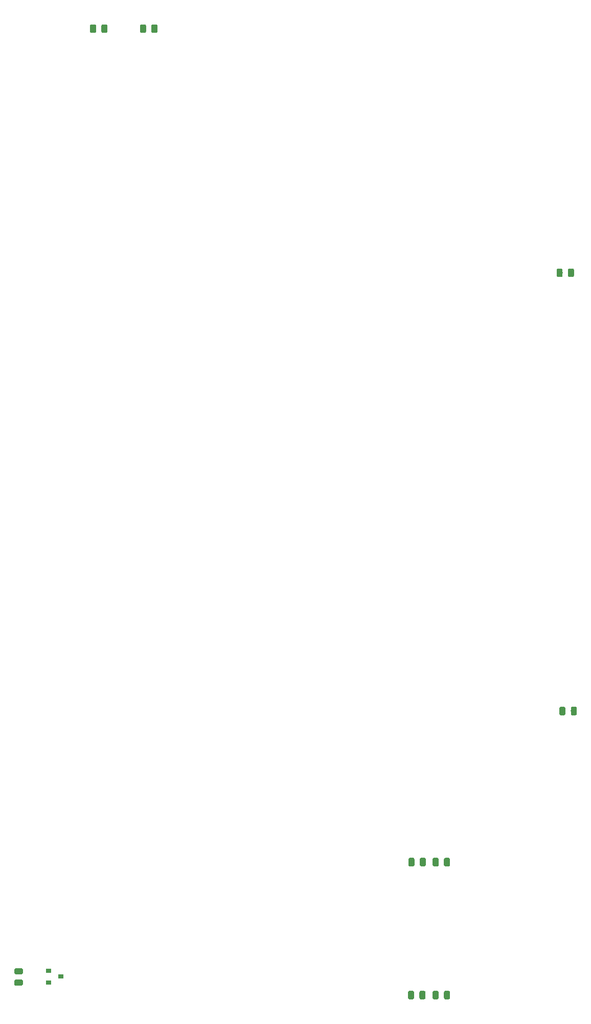
<source format=gbr>
G04 #@! TF.GenerationSoftware,KiCad,Pcbnew,(5.0.2)-1*
G04 #@! TF.CreationDate,2019-05-10T13:14:30+02:00*
G04 #@! TF.ProjectId,logika_main,6c6f6769-6b61-45f6-9d61-696e2e6b6963,rev?*
G04 #@! TF.SameCoordinates,Original*
G04 #@! TF.FileFunction,Paste,Top*
G04 #@! TF.FilePolarity,Positive*
%FSLAX46Y46*%
G04 Gerber Fmt 4.6, Leading zero omitted, Abs format (unit mm)*
G04 Created by KiCad (PCBNEW (5.0.2)-1) date 10.05.2019 13:14:30*
%MOMM*%
%LPD*%
G01*
G04 APERTURE LIST*
%ADD10C,0.100000*%
%ADD11C,0.975000*%
%ADD12R,0.900000X0.800000*%
G04 APERTURE END LIST*
D10*
G04 #@! TO.C,D6*
G36*
X132864142Y-65197174D02*
X132887803Y-65200684D01*
X132911007Y-65206496D01*
X132933529Y-65214554D01*
X132955153Y-65224782D01*
X132975670Y-65237079D01*
X132994883Y-65251329D01*
X133012607Y-65267393D01*
X133028671Y-65285117D01*
X133042921Y-65304330D01*
X133055218Y-65324847D01*
X133065446Y-65346471D01*
X133073504Y-65368993D01*
X133079316Y-65392197D01*
X133082826Y-65415858D01*
X133084000Y-65439750D01*
X133084000Y-66352250D01*
X133082826Y-66376142D01*
X133079316Y-66399803D01*
X133073504Y-66423007D01*
X133065446Y-66445529D01*
X133055218Y-66467153D01*
X133042921Y-66487670D01*
X133028671Y-66506883D01*
X133012607Y-66524607D01*
X132994883Y-66540671D01*
X132975670Y-66554921D01*
X132955153Y-66567218D01*
X132933529Y-66577446D01*
X132911007Y-66585504D01*
X132887803Y-66591316D01*
X132864142Y-66594826D01*
X132840250Y-66596000D01*
X132352750Y-66596000D01*
X132328858Y-66594826D01*
X132305197Y-66591316D01*
X132281993Y-66585504D01*
X132259471Y-66577446D01*
X132237847Y-66567218D01*
X132217330Y-66554921D01*
X132198117Y-66540671D01*
X132180393Y-66524607D01*
X132164329Y-66506883D01*
X132150079Y-66487670D01*
X132137782Y-66467153D01*
X132127554Y-66445529D01*
X132119496Y-66423007D01*
X132113684Y-66399803D01*
X132110174Y-66376142D01*
X132109000Y-66352250D01*
X132109000Y-65439750D01*
X132110174Y-65415858D01*
X132113684Y-65392197D01*
X132119496Y-65368993D01*
X132127554Y-65346471D01*
X132137782Y-65324847D01*
X132150079Y-65304330D01*
X132164329Y-65285117D01*
X132180393Y-65267393D01*
X132198117Y-65251329D01*
X132217330Y-65237079D01*
X132237847Y-65224782D01*
X132259471Y-65214554D01*
X132281993Y-65206496D01*
X132305197Y-65200684D01*
X132328858Y-65197174D01*
X132352750Y-65196000D01*
X132840250Y-65196000D01*
X132864142Y-65197174D01*
X132864142Y-65197174D01*
G37*
D11*
X132596500Y-65896000D03*
D10*
G36*
X134739142Y-65197174D02*
X134762803Y-65200684D01*
X134786007Y-65206496D01*
X134808529Y-65214554D01*
X134830153Y-65224782D01*
X134850670Y-65237079D01*
X134869883Y-65251329D01*
X134887607Y-65267393D01*
X134903671Y-65285117D01*
X134917921Y-65304330D01*
X134930218Y-65324847D01*
X134940446Y-65346471D01*
X134948504Y-65368993D01*
X134954316Y-65392197D01*
X134957826Y-65415858D01*
X134959000Y-65439750D01*
X134959000Y-66352250D01*
X134957826Y-66376142D01*
X134954316Y-66399803D01*
X134948504Y-66423007D01*
X134940446Y-66445529D01*
X134930218Y-66467153D01*
X134917921Y-66487670D01*
X134903671Y-66506883D01*
X134887607Y-66524607D01*
X134869883Y-66540671D01*
X134850670Y-66554921D01*
X134830153Y-66567218D01*
X134808529Y-66577446D01*
X134786007Y-66585504D01*
X134762803Y-66591316D01*
X134739142Y-66594826D01*
X134715250Y-66596000D01*
X134227750Y-66596000D01*
X134203858Y-66594826D01*
X134180197Y-66591316D01*
X134156993Y-66585504D01*
X134134471Y-66577446D01*
X134112847Y-66567218D01*
X134092330Y-66554921D01*
X134073117Y-66540671D01*
X134055393Y-66524607D01*
X134039329Y-66506883D01*
X134025079Y-66487670D01*
X134012782Y-66467153D01*
X134002554Y-66445529D01*
X133994496Y-66423007D01*
X133988684Y-66399803D01*
X133985174Y-66376142D01*
X133984000Y-66352250D01*
X133984000Y-65439750D01*
X133985174Y-65415858D01*
X133988684Y-65392197D01*
X133994496Y-65368993D01*
X134002554Y-65346471D01*
X134012782Y-65324847D01*
X134025079Y-65304330D01*
X134039329Y-65285117D01*
X134055393Y-65267393D01*
X134073117Y-65251329D01*
X134092330Y-65237079D01*
X134112847Y-65224782D01*
X134134471Y-65214554D01*
X134156993Y-65206496D01*
X134180197Y-65200684D01*
X134203858Y-65197174D01*
X134227750Y-65196000D01*
X134715250Y-65196000D01*
X134739142Y-65197174D01*
X134739142Y-65197174D01*
G37*
D11*
X134471500Y-65896000D03*
G04 #@! TD*
D10*
G04 #@! TO.C,D1*
G36*
X63876642Y-24797174D02*
X63900303Y-24800684D01*
X63923507Y-24806496D01*
X63946029Y-24814554D01*
X63967653Y-24824782D01*
X63988170Y-24837079D01*
X64007383Y-24851329D01*
X64025107Y-24867393D01*
X64041171Y-24885117D01*
X64055421Y-24904330D01*
X64067718Y-24924847D01*
X64077946Y-24946471D01*
X64086004Y-24968993D01*
X64091816Y-24992197D01*
X64095326Y-25015858D01*
X64096500Y-25039750D01*
X64096500Y-25952250D01*
X64095326Y-25976142D01*
X64091816Y-25999803D01*
X64086004Y-26023007D01*
X64077946Y-26045529D01*
X64067718Y-26067153D01*
X64055421Y-26087670D01*
X64041171Y-26106883D01*
X64025107Y-26124607D01*
X64007383Y-26140671D01*
X63988170Y-26154921D01*
X63967653Y-26167218D01*
X63946029Y-26177446D01*
X63923507Y-26185504D01*
X63900303Y-26191316D01*
X63876642Y-26194826D01*
X63852750Y-26196000D01*
X63365250Y-26196000D01*
X63341358Y-26194826D01*
X63317697Y-26191316D01*
X63294493Y-26185504D01*
X63271971Y-26177446D01*
X63250347Y-26167218D01*
X63229830Y-26154921D01*
X63210617Y-26140671D01*
X63192893Y-26124607D01*
X63176829Y-26106883D01*
X63162579Y-26087670D01*
X63150282Y-26067153D01*
X63140054Y-26045529D01*
X63131996Y-26023007D01*
X63126184Y-25999803D01*
X63122674Y-25976142D01*
X63121500Y-25952250D01*
X63121500Y-25039750D01*
X63122674Y-25015858D01*
X63126184Y-24992197D01*
X63131996Y-24968993D01*
X63140054Y-24946471D01*
X63150282Y-24924847D01*
X63162579Y-24904330D01*
X63176829Y-24885117D01*
X63192893Y-24867393D01*
X63210617Y-24851329D01*
X63229830Y-24837079D01*
X63250347Y-24824782D01*
X63271971Y-24814554D01*
X63294493Y-24806496D01*
X63317697Y-24800684D01*
X63341358Y-24797174D01*
X63365250Y-24796000D01*
X63852750Y-24796000D01*
X63876642Y-24797174D01*
X63876642Y-24797174D01*
G37*
D11*
X63609000Y-25496000D03*
D10*
G36*
X65751642Y-24797174D02*
X65775303Y-24800684D01*
X65798507Y-24806496D01*
X65821029Y-24814554D01*
X65842653Y-24824782D01*
X65863170Y-24837079D01*
X65882383Y-24851329D01*
X65900107Y-24867393D01*
X65916171Y-24885117D01*
X65930421Y-24904330D01*
X65942718Y-24924847D01*
X65952946Y-24946471D01*
X65961004Y-24968993D01*
X65966816Y-24992197D01*
X65970326Y-25015858D01*
X65971500Y-25039750D01*
X65971500Y-25952250D01*
X65970326Y-25976142D01*
X65966816Y-25999803D01*
X65961004Y-26023007D01*
X65952946Y-26045529D01*
X65942718Y-26067153D01*
X65930421Y-26087670D01*
X65916171Y-26106883D01*
X65900107Y-26124607D01*
X65882383Y-26140671D01*
X65863170Y-26154921D01*
X65842653Y-26167218D01*
X65821029Y-26177446D01*
X65798507Y-26185504D01*
X65775303Y-26191316D01*
X65751642Y-26194826D01*
X65727750Y-26196000D01*
X65240250Y-26196000D01*
X65216358Y-26194826D01*
X65192697Y-26191316D01*
X65169493Y-26185504D01*
X65146971Y-26177446D01*
X65125347Y-26167218D01*
X65104830Y-26154921D01*
X65085617Y-26140671D01*
X65067893Y-26124607D01*
X65051829Y-26106883D01*
X65037579Y-26087670D01*
X65025282Y-26067153D01*
X65015054Y-26045529D01*
X65006996Y-26023007D01*
X65001184Y-25999803D01*
X64997674Y-25976142D01*
X64996500Y-25952250D01*
X64996500Y-25039750D01*
X64997674Y-25015858D01*
X65001184Y-24992197D01*
X65006996Y-24968993D01*
X65015054Y-24946471D01*
X65025282Y-24924847D01*
X65037579Y-24904330D01*
X65051829Y-24885117D01*
X65067893Y-24867393D01*
X65085617Y-24851329D01*
X65104830Y-24837079D01*
X65125347Y-24824782D01*
X65146971Y-24814554D01*
X65169493Y-24806496D01*
X65192697Y-24800684D01*
X65216358Y-24797174D01*
X65240250Y-24796000D01*
X65727750Y-24796000D01*
X65751642Y-24797174D01*
X65751642Y-24797174D01*
G37*
D11*
X65484000Y-25496000D03*
G04 #@! TD*
D10*
G04 #@! TO.C,D2*
G36*
X57466642Y-24797174D02*
X57490303Y-24800684D01*
X57513507Y-24806496D01*
X57536029Y-24814554D01*
X57557653Y-24824782D01*
X57578170Y-24837079D01*
X57597383Y-24851329D01*
X57615107Y-24867393D01*
X57631171Y-24885117D01*
X57645421Y-24904330D01*
X57657718Y-24924847D01*
X57667946Y-24946471D01*
X57676004Y-24968993D01*
X57681816Y-24992197D01*
X57685326Y-25015858D01*
X57686500Y-25039750D01*
X57686500Y-25952250D01*
X57685326Y-25976142D01*
X57681816Y-25999803D01*
X57676004Y-26023007D01*
X57667946Y-26045529D01*
X57657718Y-26067153D01*
X57645421Y-26087670D01*
X57631171Y-26106883D01*
X57615107Y-26124607D01*
X57597383Y-26140671D01*
X57578170Y-26154921D01*
X57557653Y-26167218D01*
X57536029Y-26177446D01*
X57513507Y-26185504D01*
X57490303Y-26191316D01*
X57466642Y-26194826D01*
X57442750Y-26196000D01*
X56955250Y-26196000D01*
X56931358Y-26194826D01*
X56907697Y-26191316D01*
X56884493Y-26185504D01*
X56861971Y-26177446D01*
X56840347Y-26167218D01*
X56819830Y-26154921D01*
X56800617Y-26140671D01*
X56782893Y-26124607D01*
X56766829Y-26106883D01*
X56752579Y-26087670D01*
X56740282Y-26067153D01*
X56730054Y-26045529D01*
X56721996Y-26023007D01*
X56716184Y-25999803D01*
X56712674Y-25976142D01*
X56711500Y-25952250D01*
X56711500Y-25039750D01*
X56712674Y-25015858D01*
X56716184Y-24992197D01*
X56721996Y-24968993D01*
X56730054Y-24946471D01*
X56740282Y-24924847D01*
X56752579Y-24904330D01*
X56766829Y-24885117D01*
X56782893Y-24867393D01*
X56800617Y-24851329D01*
X56819830Y-24837079D01*
X56840347Y-24824782D01*
X56861971Y-24814554D01*
X56884493Y-24806496D01*
X56907697Y-24800684D01*
X56931358Y-24797174D01*
X56955250Y-24796000D01*
X57442750Y-24796000D01*
X57466642Y-24797174D01*
X57466642Y-24797174D01*
G37*
D11*
X57199000Y-25496000D03*
D10*
G36*
X55591642Y-24797174D02*
X55615303Y-24800684D01*
X55638507Y-24806496D01*
X55661029Y-24814554D01*
X55682653Y-24824782D01*
X55703170Y-24837079D01*
X55722383Y-24851329D01*
X55740107Y-24867393D01*
X55756171Y-24885117D01*
X55770421Y-24904330D01*
X55782718Y-24924847D01*
X55792946Y-24946471D01*
X55801004Y-24968993D01*
X55806816Y-24992197D01*
X55810326Y-25015858D01*
X55811500Y-25039750D01*
X55811500Y-25952250D01*
X55810326Y-25976142D01*
X55806816Y-25999803D01*
X55801004Y-26023007D01*
X55792946Y-26045529D01*
X55782718Y-26067153D01*
X55770421Y-26087670D01*
X55756171Y-26106883D01*
X55740107Y-26124607D01*
X55722383Y-26140671D01*
X55703170Y-26154921D01*
X55682653Y-26167218D01*
X55661029Y-26177446D01*
X55638507Y-26185504D01*
X55615303Y-26191316D01*
X55591642Y-26194826D01*
X55567750Y-26196000D01*
X55080250Y-26196000D01*
X55056358Y-26194826D01*
X55032697Y-26191316D01*
X55009493Y-26185504D01*
X54986971Y-26177446D01*
X54965347Y-26167218D01*
X54944830Y-26154921D01*
X54925617Y-26140671D01*
X54907893Y-26124607D01*
X54891829Y-26106883D01*
X54877579Y-26087670D01*
X54865282Y-26067153D01*
X54855054Y-26045529D01*
X54846996Y-26023007D01*
X54841184Y-25999803D01*
X54837674Y-25976142D01*
X54836500Y-25952250D01*
X54836500Y-25039750D01*
X54837674Y-25015858D01*
X54841184Y-24992197D01*
X54846996Y-24968993D01*
X54855054Y-24946471D01*
X54865282Y-24924847D01*
X54877579Y-24904330D01*
X54891829Y-24885117D01*
X54907893Y-24867393D01*
X54925617Y-24851329D01*
X54944830Y-24837079D01*
X54965347Y-24824782D01*
X54986971Y-24814554D01*
X55009493Y-24806496D01*
X55032697Y-24800684D01*
X55056358Y-24797174D01*
X55080250Y-24796000D01*
X55567750Y-24796000D01*
X55591642Y-24797174D01*
X55591642Y-24797174D01*
G37*
D11*
X55324000Y-25496000D03*
G04 #@! TD*
D10*
G04 #@! TO.C,D5*
G36*
X135199142Y-137697174D02*
X135222803Y-137700684D01*
X135246007Y-137706496D01*
X135268529Y-137714554D01*
X135290153Y-137724782D01*
X135310670Y-137737079D01*
X135329883Y-137751329D01*
X135347607Y-137767393D01*
X135363671Y-137785117D01*
X135377921Y-137804330D01*
X135390218Y-137824847D01*
X135400446Y-137846471D01*
X135408504Y-137868993D01*
X135414316Y-137892197D01*
X135417826Y-137915858D01*
X135419000Y-137939750D01*
X135419000Y-138852250D01*
X135417826Y-138876142D01*
X135414316Y-138899803D01*
X135408504Y-138923007D01*
X135400446Y-138945529D01*
X135390218Y-138967153D01*
X135377921Y-138987670D01*
X135363671Y-139006883D01*
X135347607Y-139024607D01*
X135329883Y-139040671D01*
X135310670Y-139054921D01*
X135290153Y-139067218D01*
X135268529Y-139077446D01*
X135246007Y-139085504D01*
X135222803Y-139091316D01*
X135199142Y-139094826D01*
X135175250Y-139096000D01*
X134687750Y-139096000D01*
X134663858Y-139094826D01*
X134640197Y-139091316D01*
X134616993Y-139085504D01*
X134594471Y-139077446D01*
X134572847Y-139067218D01*
X134552330Y-139054921D01*
X134533117Y-139040671D01*
X134515393Y-139024607D01*
X134499329Y-139006883D01*
X134485079Y-138987670D01*
X134472782Y-138967153D01*
X134462554Y-138945529D01*
X134454496Y-138923007D01*
X134448684Y-138899803D01*
X134445174Y-138876142D01*
X134444000Y-138852250D01*
X134444000Y-137939750D01*
X134445174Y-137915858D01*
X134448684Y-137892197D01*
X134454496Y-137868993D01*
X134462554Y-137846471D01*
X134472782Y-137824847D01*
X134485079Y-137804330D01*
X134499329Y-137785117D01*
X134515393Y-137767393D01*
X134533117Y-137751329D01*
X134552330Y-137737079D01*
X134572847Y-137724782D01*
X134594471Y-137714554D01*
X134616993Y-137706496D01*
X134640197Y-137700684D01*
X134663858Y-137697174D01*
X134687750Y-137696000D01*
X135175250Y-137696000D01*
X135199142Y-137697174D01*
X135199142Y-137697174D01*
G37*
D11*
X134931500Y-138396000D03*
D10*
G36*
X133324142Y-137697174D02*
X133347803Y-137700684D01*
X133371007Y-137706496D01*
X133393529Y-137714554D01*
X133415153Y-137724782D01*
X133435670Y-137737079D01*
X133454883Y-137751329D01*
X133472607Y-137767393D01*
X133488671Y-137785117D01*
X133502921Y-137804330D01*
X133515218Y-137824847D01*
X133525446Y-137846471D01*
X133533504Y-137868993D01*
X133539316Y-137892197D01*
X133542826Y-137915858D01*
X133544000Y-137939750D01*
X133544000Y-138852250D01*
X133542826Y-138876142D01*
X133539316Y-138899803D01*
X133533504Y-138923007D01*
X133525446Y-138945529D01*
X133515218Y-138967153D01*
X133502921Y-138987670D01*
X133488671Y-139006883D01*
X133472607Y-139024607D01*
X133454883Y-139040671D01*
X133435670Y-139054921D01*
X133415153Y-139067218D01*
X133393529Y-139077446D01*
X133371007Y-139085504D01*
X133347803Y-139091316D01*
X133324142Y-139094826D01*
X133300250Y-139096000D01*
X132812750Y-139096000D01*
X132788858Y-139094826D01*
X132765197Y-139091316D01*
X132741993Y-139085504D01*
X132719471Y-139077446D01*
X132697847Y-139067218D01*
X132677330Y-139054921D01*
X132658117Y-139040671D01*
X132640393Y-139024607D01*
X132624329Y-139006883D01*
X132610079Y-138987670D01*
X132597782Y-138967153D01*
X132587554Y-138945529D01*
X132579496Y-138923007D01*
X132573684Y-138899803D01*
X132570174Y-138876142D01*
X132569000Y-138852250D01*
X132569000Y-137939750D01*
X132570174Y-137915858D01*
X132573684Y-137892197D01*
X132579496Y-137868993D01*
X132587554Y-137846471D01*
X132597782Y-137824847D01*
X132610079Y-137804330D01*
X132624329Y-137785117D01*
X132640393Y-137767393D01*
X132658117Y-137751329D01*
X132677330Y-137737079D01*
X132697847Y-137724782D01*
X132719471Y-137714554D01*
X132741993Y-137706496D01*
X132765197Y-137700684D01*
X132788858Y-137697174D01*
X132812750Y-137696000D01*
X133300250Y-137696000D01*
X133324142Y-137697174D01*
X133324142Y-137697174D01*
G37*
D11*
X133056500Y-138396000D03*
G04 #@! TD*
D10*
G04 #@! TO.C,D7*
G36*
X108324142Y-162697174D02*
X108347803Y-162700684D01*
X108371007Y-162706496D01*
X108393529Y-162714554D01*
X108415153Y-162724782D01*
X108435670Y-162737079D01*
X108454883Y-162751329D01*
X108472607Y-162767393D01*
X108488671Y-162785117D01*
X108502921Y-162804330D01*
X108515218Y-162824847D01*
X108525446Y-162846471D01*
X108533504Y-162868993D01*
X108539316Y-162892197D01*
X108542826Y-162915858D01*
X108544000Y-162939750D01*
X108544000Y-163852250D01*
X108542826Y-163876142D01*
X108539316Y-163899803D01*
X108533504Y-163923007D01*
X108525446Y-163945529D01*
X108515218Y-163967153D01*
X108502921Y-163987670D01*
X108488671Y-164006883D01*
X108472607Y-164024607D01*
X108454883Y-164040671D01*
X108435670Y-164054921D01*
X108415153Y-164067218D01*
X108393529Y-164077446D01*
X108371007Y-164085504D01*
X108347803Y-164091316D01*
X108324142Y-164094826D01*
X108300250Y-164096000D01*
X107812750Y-164096000D01*
X107788858Y-164094826D01*
X107765197Y-164091316D01*
X107741993Y-164085504D01*
X107719471Y-164077446D01*
X107697847Y-164067218D01*
X107677330Y-164054921D01*
X107658117Y-164040671D01*
X107640393Y-164024607D01*
X107624329Y-164006883D01*
X107610079Y-163987670D01*
X107597782Y-163967153D01*
X107587554Y-163945529D01*
X107579496Y-163923007D01*
X107573684Y-163899803D01*
X107570174Y-163876142D01*
X107569000Y-163852250D01*
X107569000Y-162939750D01*
X107570174Y-162915858D01*
X107573684Y-162892197D01*
X107579496Y-162868993D01*
X107587554Y-162846471D01*
X107597782Y-162824847D01*
X107610079Y-162804330D01*
X107624329Y-162785117D01*
X107640393Y-162767393D01*
X107658117Y-162751329D01*
X107677330Y-162737079D01*
X107697847Y-162724782D01*
X107719471Y-162714554D01*
X107741993Y-162706496D01*
X107765197Y-162700684D01*
X107788858Y-162697174D01*
X107812750Y-162696000D01*
X108300250Y-162696000D01*
X108324142Y-162697174D01*
X108324142Y-162697174D01*
G37*
D11*
X108056500Y-163396000D03*
D10*
G36*
X110199142Y-162697174D02*
X110222803Y-162700684D01*
X110246007Y-162706496D01*
X110268529Y-162714554D01*
X110290153Y-162724782D01*
X110310670Y-162737079D01*
X110329883Y-162751329D01*
X110347607Y-162767393D01*
X110363671Y-162785117D01*
X110377921Y-162804330D01*
X110390218Y-162824847D01*
X110400446Y-162846471D01*
X110408504Y-162868993D01*
X110414316Y-162892197D01*
X110417826Y-162915858D01*
X110419000Y-162939750D01*
X110419000Y-163852250D01*
X110417826Y-163876142D01*
X110414316Y-163899803D01*
X110408504Y-163923007D01*
X110400446Y-163945529D01*
X110390218Y-163967153D01*
X110377921Y-163987670D01*
X110363671Y-164006883D01*
X110347607Y-164024607D01*
X110329883Y-164040671D01*
X110310670Y-164054921D01*
X110290153Y-164067218D01*
X110268529Y-164077446D01*
X110246007Y-164085504D01*
X110222803Y-164091316D01*
X110199142Y-164094826D01*
X110175250Y-164096000D01*
X109687750Y-164096000D01*
X109663858Y-164094826D01*
X109640197Y-164091316D01*
X109616993Y-164085504D01*
X109594471Y-164077446D01*
X109572847Y-164067218D01*
X109552330Y-164054921D01*
X109533117Y-164040671D01*
X109515393Y-164024607D01*
X109499329Y-164006883D01*
X109485079Y-163987670D01*
X109472782Y-163967153D01*
X109462554Y-163945529D01*
X109454496Y-163923007D01*
X109448684Y-163899803D01*
X109445174Y-163876142D01*
X109444000Y-163852250D01*
X109444000Y-162939750D01*
X109445174Y-162915858D01*
X109448684Y-162892197D01*
X109454496Y-162868993D01*
X109462554Y-162846471D01*
X109472782Y-162824847D01*
X109485079Y-162804330D01*
X109499329Y-162785117D01*
X109515393Y-162767393D01*
X109533117Y-162751329D01*
X109552330Y-162737079D01*
X109572847Y-162724782D01*
X109594471Y-162714554D01*
X109616993Y-162706496D01*
X109640197Y-162700684D01*
X109663858Y-162697174D01*
X109687750Y-162696000D01*
X110175250Y-162696000D01*
X110199142Y-162697174D01*
X110199142Y-162697174D01*
G37*
D11*
X109931500Y-163396000D03*
G04 #@! TD*
D10*
G04 #@! TO.C,D8*
G36*
X110136642Y-184697174D02*
X110160303Y-184700684D01*
X110183507Y-184706496D01*
X110206029Y-184714554D01*
X110227653Y-184724782D01*
X110248170Y-184737079D01*
X110267383Y-184751329D01*
X110285107Y-184767393D01*
X110301171Y-184785117D01*
X110315421Y-184804330D01*
X110327718Y-184824847D01*
X110337946Y-184846471D01*
X110346004Y-184868993D01*
X110351816Y-184892197D01*
X110355326Y-184915858D01*
X110356500Y-184939750D01*
X110356500Y-185852250D01*
X110355326Y-185876142D01*
X110351816Y-185899803D01*
X110346004Y-185923007D01*
X110337946Y-185945529D01*
X110327718Y-185967153D01*
X110315421Y-185987670D01*
X110301171Y-186006883D01*
X110285107Y-186024607D01*
X110267383Y-186040671D01*
X110248170Y-186054921D01*
X110227653Y-186067218D01*
X110206029Y-186077446D01*
X110183507Y-186085504D01*
X110160303Y-186091316D01*
X110136642Y-186094826D01*
X110112750Y-186096000D01*
X109625250Y-186096000D01*
X109601358Y-186094826D01*
X109577697Y-186091316D01*
X109554493Y-186085504D01*
X109531971Y-186077446D01*
X109510347Y-186067218D01*
X109489830Y-186054921D01*
X109470617Y-186040671D01*
X109452893Y-186024607D01*
X109436829Y-186006883D01*
X109422579Y-185987670D01*
X109410282Y-185967153D01*
X109400054Y-185945529D01*
X109391996Y-185923007D01*
X109386184Y-185899803D01*
X109382674Y-185876142D01*
X109381500Y-185852250D01*
X109381500Y-184939750D01*
X109382674Y-184915858D01*
X109386184Y-184892197D01*
X109391996Y-184868993D01*
X109400054Y-184846471D01*
X109410282Y-184824847D01*
X109422579Y-184804330D01*
X109436829Y-184785117D01*
X109452893Y-184767393D01*
X109470617Y-184751329D01*
X109489830Y-184737079D01*
X109510347Y-184724782D01*
X109531971Y-184714554D01*
X109554493Y-184706496D01*
X109577697Y-184700684D01*
X109601358Y-184697174D01*
X109625250Y-184696000D01*
X110112750Y-184696000D01*
X110136642Y-184697174D01*
X110136642Y-184697174D01*
G37*
D11*
X109869000Y-185396000D03*
D10*
G36*
X108261642Y-184697174D02*
X108285303Y-184700684D01*
X108308507Y-184706496D01*
X108331029Y-184714554D01*
X108352653Y-184724782D01*
X108373170Y-184737079D01*
X108392383Y-184751329D01*
X108410107Y-184767393D01*
X108426171Y-184785117D01*
X108440421Y-184804330D01*
X108452718Y-184824847D01*
X108462946Y-184846471D01*
X108471004Y-184868993D01*
X108476816Y-184892197D01*
X108480326Y-184915858D01*
X108481500Y-184939750D01*
X108481500Y-185852250D01*
X108480326Y-185876142D01*
X108476816Y-185899803D01*
X108471004Y-185923007D01*
X108462946Y-185945529D01*
X108452718Y-185967153D01*
X108440421Y-185987670D01*
X108426171Y-186006883D01*
X108410107Y-186024607D01*
X108392383Y-186040671D01*
X108373170Y-186054921D01*
X108352653Y-186067218D01*
X108331029Y-186077446D01*
X108308507Y-186085504D01*
X108285303Y-186091316D01*
X108261642Y-186094826D01*
X108237750Y-186096000D01*
X107750250Y-186096000D01*
X107726358Y-186094826D01*
X107702697Y-186091316D01*
X107679493Y-186085504D01*
X107656971Y-186077446D01*
X107635347Y-186067218D01*
X107614830Y-186054921D01*
X107595617Y-186040671D01*
X107577893Y-186024607D01*
X107561829Y-186006883D01*
X107547579Y-185987670D01*
X107535282Y-185967153D01*
X107525054Y-185945529D01*
X107516996Y-185923007D01*
X107511184Y-185899803D01*
X107507674Y-185876142D01*
X107506500Y-185852250D01*
X107506500Y-184939750D01*
X107507674Y-184915858D01*
X107511184Y-184892197D01*
X107516996Y-184868993D01*
X107525054Y-184846471D01*
X107535282Y-184824847D01*
X107547579Y-184804330D01*
X107561829Y-184785117D01*
X107577893Y-184767393D01*
X107595617Y-184751329D01*
X107614830Y-184737079D01*
X107635347Y-184724782D01*
X107656971Y-184714554D01*
X107679493Y-184706496D01*
X107702697Y-184700684D01*
X107726358Y-184697174D01*
X107750250Y-184696000D01*
X108237750Y-184696000D01*
X108261642Y-184697174D01*
X108261642Y-184697174D01*
G37*
D11*
X107994000Y-185396000D03*
G04 #@! TD*
D12*
G04 #@! TO.C,Q5*
X49994000Y-182346000D03*
X47994000Y-183296000D03*
X47994000Y-181396000D03*
G04 #@! TD*
D10*
G04 #@! TO.C,R6*
G36*
X114199142Y-162697174D02*
X114222803Y-162700684D01*
X114246007Y-162706496D01*
X114268529Y-162714554D01*
X114290153Y-162724782D01*
X114310670Y-162737079D01*
X114329883Y-162751329D01*
X114347607Y-162767393D01*
X114363671Y-162785117D01*
X114377921Y-162804330D01*
X114390218Y-162824847D01*
X114400446Y-162846471D01*
X114408504Y-162868993D01*
X114414316Y-162892197D01*
X114417826Y-162915858D01*
X114419000Y-162939750D01*
X114419000Y-163852250D01*
X114417826Y-163876142D01*
X114414316Y-163899803D01*
X114408504Y-163923007D01*
X114400446Y-163945529D01*
X114390218Y-163967153D01*
X114377921Y-163987670D01*
X114363671Y-164006883D01*
X114347607Y-164024607D01*
X114329883Y-164040671D01*
X114310670Y-164054921D01*
X114290153Y-164067218D01*
X114268529Y-164077446D01*
X114246007Y-164085504D01*
X114222803Y-164091316D01*
X114199142Y-164094826D01*
X114175250Y-164096000D01*
X113687750Y-164096000D01*
X113663858Y-164094826D01*
X113640197Y-164091316D01*
X113616993Y-164085504D01*
X113594471Y-164077446D01*
X113572847Y-164067218D01*
X113552330Y-164054921D01*
X113533117Y-164040671D01*
X113515393Y-164024607D01*
X113499329Y-164006883D01*
X113485079Y-163987670D01*
X113472782Y-163967153D01*
X113462554Y-163945529D01*
X113454496Y-163923007D01*
X113448684Y-163899803D01*
X113445174Y-163876142D01*
X113444000Y-163852250D01*
X113444000Y-162939750D01*
X113445174Y-162915858D01*
X113448684Y-162892197D01*
X113454496Y-162868993D01*
X113462554Y-162846471D01*
X113472782Y-162824847D01*
X113485079Y-162804330D01*
X113499329Y-162785117D01*
X113515393Y-162767393D01*
X113533117Y-162751329D01*
X113552330Y-162737079D01*
X113572847Y-162724782D01*
X113594471Y-162714554D01*
X113616993Y-162706496D01*
X113640197Y-162700684D01*
X113663858Y-162697174D01*
X113687750Y-162696000D01*
X114175250Y-162696000D01*
X114199142Y-162697174D01*
X114199142Y-162697174D01*
G37*
D11*
X113931500Y-163396000D03*
D10*
G36*
X112324142Y-162697174D02*
X112347803Y-162700684D01*
X112371007Y-162706496D01*
X112393529Y-162714554D01*
X112415153Y-162724782D01*
X112435670Y-162737079D01*
X112454883Y-162751329D01*
X112472607Y-162767393D01*
X112488671Y-162785117D01*
X112502921Y-162804330D01*
X112515218Y-162824847D01*
X112525446Y-162846471D01*
X112533504Y-162868993D01*
X112539316Y-162892197D01*
X112542826Y-162915858D01*
X112544000Y-162939750D01*
X112544000Y-163852250D01*
X112542826Y-163876142D01*
X112539316Y-163899803D01*
X112533504Y-163923007D01*
X112525446Y-163945529D01*
X112515218Y-163967153D01*
X112502921Y-163987670D01*
X112488671Y-164006883D01*
X112472607Y-164024607D01*
X112454883Y-164040671D01*
X112435670Y-164054921D01*
X112415153Y-164067218D01*
X112393529Y-164077446D01*
X112371007Y-164085504D01*
X112347803Y-164091316D01*
X112324142Y-164094826D01*
X112300250Y-164096000D01*
X111812750Y-164096000D01*
X111788858Y-164094826D01*
X111765197Y-164091316D01*
X111741993Y-164085504D01*
X111719471Y-164077446D01*
X111697847Y-164067218D01*
X111677330Y-164054921D01*
X111658117Y-164040671D01*
X111640393Y-164024607D01*
X111624329Y-164006883D01*
X111610079Y-163987670D01*
X111597782Y-163967153D01*
X111587554Y-163945529D01*
X111579496Y-163923007D01*
X111573684Y-163899803D01*
X111570174Y-163876142D01*
X111569000Y-163852250D01*
X111569000Y-162939750D01*
X111570174Y-162915858D01*
X111573684Y-162892197D01*
X111579496Y-162868993D01*
X111587554Y-162846471D01*
X111597782Y-162824847D01*
X111610079Y-162804330D01*
X111624329Y-162785117D01*
X111640393Y-162767393D01*
X111658117Y-162751329D01*
X111677330Y-162737079D01*
X111697847Y-162724782D01*
X111719471Y-162714554D01*
X111741993Y-162706496D01*
X111765197Y-162700684D01*
X111788858Y-162697174D01*
X111812750Y-162696000D01*
X112300250Y-162696000D01*
X112324142Y-162697174D01*
X112324142Y-162697174D01*
G37*
D11*
X112056500Y-163396000D03*
G04 #@! TD*
D10*
G04 #@! TO.C,R7*
G36*
X114199142Y-184697174D02*
X114222803Y-184700684D01*
X114246007Y-184706496D01*
X114268529Y-184714554D01*
X114290153Y-184724782D01*
X114310670Y-184737079D01*
X114329883Y-184751329D01*
X114347607Y-184767393D01*
X114363671Y-184785117D01*
X114377921Y-184804330D01*
X114390218Y-184824847D01*
X114400446Y-184846471D01*
X114408504Y-184868993D01*
X114414316Y-184892197D01*
X114417826Y-184915858D01*
X114419000Y-184939750D01*
X114419000Y-185852250D01*
X114417826Y-185876142D01*
X114414316Y-185899803D01*
X114408504Y-185923007D01*
X114400446Y-185945529D01*
X114390218Y-185967153D01*
X114377921Y-185987670D01*
X114363671Y-186006883D01*
X114347607Y-186024607D01*
X114329883Y-186040671D01*
X114310670Y-186054921D01*
X114290153Y-186067218D01*
X114268529Y-186077446D01*
X114246007Y-186085504D01*
X114222803Y-186091316D01*
X114199142Y-186094826D01*
X114175250Y-186096000D01*
X113687750Y-186096000D01*
X113663858Y-186094826D01*
X113640197Y-186091316D01*
X113616993Y-186085504D01*
X113594471Y-186077446D01*
X113572847Y-186067218D01*
X113552330Y-186054921D01*
X113533117Y-186040671D01*
X113515393Y-186024607D01*
X113499329Y-186006883D01*
X113485079Y-185987670D01*
X113472782Y-185967153D01*
X113462554Y-185945529D01*
X113454496Y-185923007D01*
X113448684Y-185899803D01*
X113445174Y-185876142D01*
X113444000Y-185852250D01*
X113444000Y-184939750D01*
X113445174Y-184915858D01*
X113448684Y-184892197D01*
X113454496Y-184868993D01*
X113462554Y-184846471D01*
X113472782Y-184824847D01*
X113485079Y-184804330D01*
X113499329Y-184785117D01*
X113515393Y-184767393D01*
X113533117Y-184751329D01*
X113552330Y-184737079D01*
X113572847Y-184724782D01*
X113594471Y-184714554D01*
X113616993Y-184706496D01*
X113640197Y-184700684D01*
X113663858Y-184697174D01*
X113687750Y-184696000D01*
X114175250Y-184696000D01*
X114199142Y-184697174D01*
X114199142Y-184697174D01*
G37*
D11*
X113931500Y-185396000D03*
D10*
G36*
X112324142Y-184697174D02*
X112347803Y-184700684D01*
X112371007Y-184706496D01*
X112393529Y-184714554D01*
X112415153Y-184724782D01*
X112435670Y-184737079D01*
X112454883Y-184751329D01*
X112472607Y-184767393D01*
X112488671Y-184785117D01*
X112502921Y-184804330D01*
X112515218Y-184824847D01*
X112525446Y-184846471D01*
X112533504Y-184868993D01*
X112539316Y-184892197D01*
X112542826Y-184915858D01*
X112544000Y-184939750D01*
X112544000Y-185852250D01*
X112542826Y-185876142D01*
X112539316Y-185899803D01*
X112533504Y-185923007D01*
X112525446Y-185945529D01*
X112515218Y-185967153D01*
X112502921Y-185987670D01*
X112488671Y-186006883D01*
X112472607Y-186024607D01*
X112454883Y-186040671D01*
X112435670Y-186054921D01*
X112415153Y-186067218D01*
X112393529Y-186077446D01*
X112371007Y-186085504D01*
X112347803Y-186091316D01*
X112324142Y-186094826D01*
X112300250Y-186096000D01*
X111812750Y-186096000D01*
X111788858Y-186094826D01*
X111765197Y-186091316D01*
X111741993Y-186085504D01*
X111719471Y-186077446D01*
X111697847Y-186067218D01*
X111677330Y-186054921D01*
X111658117Y-186040671D01*
X111640393Y-186024607D01*
X111624329Y-186006883D01*
X111610079Y-185987670D01*
X111597782Y-185967153D01*
X111587554Y-185945529D01*
X111579496Y-185923007D01*
X111573684Y-185899803D01*
X111570174Y-185876142D01*
X111569000Y-185852250D01*
X111569000Y-184939750D01*
X111570174Y-184915858D01*
X111573684Y-184892197D01*
X111579496Y-184868993D01*
X111587554Y-184846471D01*
X111597782Y-184824847D01*
X111610079Y-184804330D01*
X111624329Y-184785117D01*
X111640393Y-184767393D01*
X111658117Y-184751329D01*
X111677330Y-184737079D01*
X111697847Y-184724782D01*
X111719471Y-184714554D01*
X111741993Y-184706496D01*
X111765197Y-184700684D01*
X111788858Y-184697174D01*
X111812750Y-184696000D01*
X112300250Y-184696000D01*
X112324142Y-184697174D01*
X112324142Y-184697174D01*
G37*
D11*
X112056500Y-185396000D03*
G04 #@! TD*
D10*
G04 #@! TO.C,R14*
G36*
X43474142Y-182847174D02*
X43497803Y-182850684D01*
X43521007Y-182856496D01*
X43543529Y-182864554D01*
X43565153Y-182874782D01*
X43585670Y-182887079D01*
X43604883Y-182901329D01*
X43622607Y-182917393D01*
X43638671Y-182935117D01*
X43652921Y-182954330D01*
X43665218Y-182974847D01*
X43675446Y-182996471D01*
X43683504Y-183018993D01*
X43689316Y-183042197D01*
X43692826Y-183065858D01*
X43694000Y-183089750D01*
X43694000Y-183577250D01*
X43692826Y-183601142D01*
X43689316Y-183624803D01*
X43683504Y-183648007D01*
X43675446Y-183670529D01*
X43665218Y-183692153D01*
X43652921Y-183712670D01*
X43638671Y-183731883D01*
X43622607Y-183749607D01*
X43604883Y-183765671D01*
X43585670Y-183779921D01*
X43565153Y-183792218D01*
X43543529Y-183802446D01*
X43521007Y-183810504D01*
X43497803Y-183816316D01*
X43474142Y-183819826D01*
X43450250Y-183821000D01*
X42537750Y-183821000D01*
X42513858Y-183819826D01*
X42490197Y-183816316D01*
X42466993Y-183810504D01*
X42444471Y-183802446D01*
X42422847Y-183792218D01*
X42402330Y-183779921D01*
X42383117Y-183765671D01*
X42365393Y-183749607D01*
X42349329Y-183731883D01*
X42335079Y-183712670D01*
X42322782Y-183692153D01*
X42312554Y-183670529D01*
X42304496Y-183648007D01*
X42298684Y-183624803D01*
X42295174Y-183601142D01*
X42294000Y-183577250D01*
X42294000Y-183089750D01*
X42295174Y-183065858D01*
X42298684Y-183042197D01*
X42304496Y-183018993D01*
X42312554Y-182996471D01*
X42322782Y-182974847D01*
X42335079Y-182954330D01*
X42349329Y-182935117D01*
X42365393Y-182917393D01*
X42383117Y-182901329D01*
X42402330Y-182887079D01*
X42422847Y-182874782D01*
X42444471Y-182864554D01*
X42466993Y-182856496D01*
X42490197Y-182850684D01*
X42513858Y-182847174D01*
X42537750Y-182846000D01*
X43450250Y-182846000D01*
X43474142Y-182847174D01*
X43474142Y-182847174D01*
G37*
D11*
X42994000Y-183333500D03*
D10*
G36*
X43474142Y-180972174D02*
X43497803Y-180975684D01*
X43521007Y-180981496D01*
X43543529Y-180989554D01*
X43565153Y-180999782D01*
X43585670Y-181012079D01*
X43604883Y-181026329D01*
X43622607Y-181042393D01*
X43638671Y-181060117D01*
X43652921Y-181079330D01*
X43665218Y-181099847D01*
X43675446Y-181121471D01*
X43683504Y-181143993D01*
X43689316Y-181167197D01*
X43692826Y-181190858D01*
X43694000Y-181214750D01*
X43694000Y-181702250D01*
X43692826Y-181726142D01*
X43689316Y-181749803D01*
X43683504Y-181773007D01*
X43675446Y-181795529D01*
X43665218Y-181817153D01*
X43652921Y-181837670D01*
X43638671Y-181856883D01*
X43622607Y-181874607D01*
X43604883Y-181890671D01*
X43585670Y-181904921D01*
X43565153Y-181917218D01*
X43543529Y-181927446D01*
X43521007Y-181935504D01*
X43497803Y-181941316D01*
X43474142Y-181944826D01*
X43450250Y-181946000D01*
X42537750Y-181946000D01*
X42513858Y-181944826D01*
X42490197Y-181941316D01*
X42466993Y-181935504D01*
X42444471Y-181927446D01*
X42422847Y-181917218D01*
X42402330Y-181904921D01*
X42383117Y-181890671D01*
X42365393Y-181874607D01*
X42349329Y-181856883D01*
X42335079Y-181837670D01*
X42322782Y-181817153D01*
X42312554Y-181795529D01*
X42304496Y-181773007D01*
X42298684Y-181749803D01*
X42295174Y-181726142D01*
X42294000Y-181702250D01*
X42294000Y-181214750D01*
X42295174Y-181190858D01*
X42298684Y-181167197D01*
X42304496Y-181143993D01*
X42312554Y-181121471D01*
X42322782Y-181099847D01*
X42335079Y-181079330D01*
X42349329Y-181060117D01*
X42365393Y-181042393D01*
X42383117Y-181026329D01*
X42402330Y-181012079D01*
X42422847Y-180999782D01*
X42444471Y-180989554D01*
X42466993Y-180981496D01*
X42490197Y-180975684D01*
X42513858Y-180972174D01*
X42537750Y-180971000D01*
X43450250Y-180971000D01*
X43474142Y-180972174D01*
X43474142Y-180972174D01*
G37*
D11*
X42994000Y-181458500D03*
G04 #@! TD*
M02*

</source>
